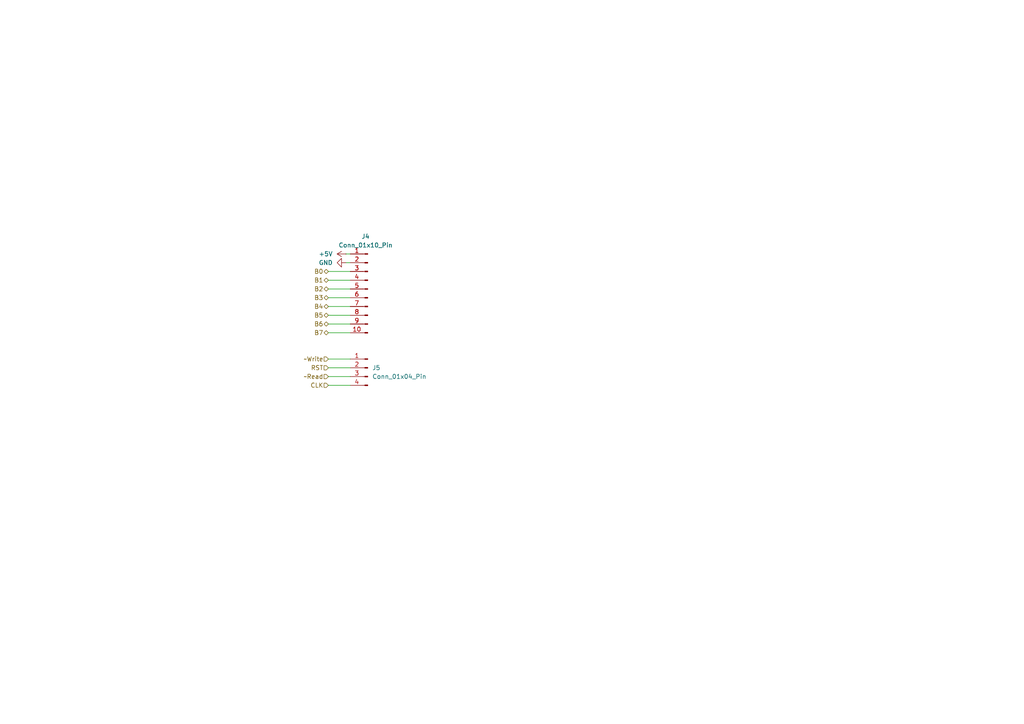
<source format=kicad_sch>
(kicad_sch (version 20231120) (generator "eeschema") (generator_version "8.0")
  (paper "A4")
  (lib_symbols
    (symbol "Connector:Conn_01x04_Pin" (pin_names (offset 1.016) hide)
      (property "Reference" "J" (at 0 5.08 0))
      (property "Value" "Conn_01x04_Pin" (at 0 -7.62 0))
      (symbol "Conn_01x04_Pin_1_1"
        (polyline (pts (xy 1.27 -5.08) (xy 0.8636 -5.08)) (stroke (width 0.1524)))
        (polyline (pts (xy 1.27 -2.54) (xy 0.8636 -2.54)) (stroke (width 0.1524)))
        (polyline (pts (xy 1.27 0) (xy 0.8636 0)) (stroke (width 0.1524)))
        (polyline (pts (xy 1.27 2.54) (xy 0.8636 2.54)) (stroke (width 0.1524)))
        (rectangle (start 0.8636 -4.953) (end 0 -5.207) (stroke (width 0.1524)) (fill (type outline)))
        (rectangle (start 0.8636 -2.413) (end 0 -2.667) (stroke (width 0.1524)) (fill (type outline)))
        (rectangle (start 0.8636 0.127) (end 0 -0.127) (stroke (width 0.1524)) (fill (type outline)))
        (rectangle (start 0.8636 2.667) (end 0 2.413) (stroke (width 0.1524)) (fill (type outline)))
        (pin passive line (at 5.08 2.54 180) (length 3.81) (name "Pin_1") (number "1"))
        (pin passive line (at 5.08 0 180) (length 3.81) (name "Pin_2") (number "2"))
        (pin passive line (at 5.08 -2.54 180) (length 3.81) (name "Pin_3") (number "3"))
        (pin passive line (at 5.08 -5.08 180) (length 3.81) (name "Pin_4") (number "4"))
      )
    )
    (symbol "Connector:Conn_01x10_Pin" (pin_names (offset 1.016) hide)
      (property "Reference" "J" (at 0 12.7 0))
      (property "Value" "Conn_01x10_Pin" (at 0 -15.24 0))
      (symbol "Conn_01x10_Pin_1_1"
        (polyline (pts (xy 1.27 -12.7) (xy 0.8636 -12.7)) (stroke (width 0.1524)))
        (polyline (pts (xy 1.27 -10.16) (xy 0.8636 -10.16)) (stroke (width 0.1524)))
        (polyline (pts (xy 1.27 -7.62) (xy 0.8636 -7.62)) (stroke (width 0.1524)))
        (polyline (pts (xy 1.27 -5.08) (xy 0.8636 -5.08)) (stroke (width 0.1524)))
        (polyline (pts (xy 1.27 -2.54) (xy 0.8636 -2.54)) (stroke (width 0.1524)))
        (polyline (pts (xy 1.27 0) (xy 0.8636 0)) (stroke (width 0.1524)))
        (polyline (pts (xy 1.27 2.54) (xy 0.8636 2.54)) (stroke (width 0.1524)))
        (polyline (pts (xy 1.27 5.08) (xy 0.8636 5.08)) (stroke (width 0.1524)))
        (polyline (pts (xy 1.27 7.62) (xy 0.8636 7.62)) (stroke (width 0.1524)))
        (polyline (pts (xy 1.27 10.16) (xy 0.8636 10.16)) (stroke (width 0.1524)))
        (rectangle (start 0.8636 -12.573) (end 0 -12.827) (stroke (width 0.1524)) (fill (type outline)))
        (rectangle (start 0.8636 -10.033) (end 0 -10.287) (stroke (width 0.1524)) (fill (type outline)))
        (rectangle (start 0.8636 -7.493) (end 0 -7.747) (stroke (width 0.1524)) (fill (type outline)))
        (rectangle (start 0.8636 -4.953) (end 0 -5.207) (stroke (width 0.1524)) (fill (type outline)))
        (rectangle (start 0.8636 -2.413) (end 0 -2.667) (stroke (width 0.1524)) (fill (type outline)))
        (rectangle (start 0.8636 0.127) (end 0 -0.127) (stroke (width 0.1524)) (fill (type outline)))
        (rectangle (start 0.8636 2.667) (end 0 2.413) (stroke (width 0.1524)) (fill (type outline)))
        (rectangle (start 0.8636 5.207) (end 0 4.953) (stroke (width 0.1524)) (fill (type outline)))
        (rectangle (start 0.8636 7.747) (end 0 7.493) (stroke (width 0.1524)) (fill (type outline)))
        (rectangle (start 0.8636 10.287) (end 0 10.033) (stroke (width 0.1524)) (fill (type outline)))
        (pin passive line (at 5.08 10.16 180) (length 3.81) (name "Pin_1") (number "1"))
        (pin passive line (at 5.08 -12.7 180) (length 3.81) (name "Pin_10") (number "10"))
        (pin passive line (at 5.08 7.62 180) (length 3.81) (name "Pin_2") (number "2"))
        (pin passive line (at 5.08 5.08 180) (length 3.81) (name "Pin_3") (number "3"))
        (pin passive line (at 5.08 2.54 180) (length 3.81) (name "Pin_4") (number "4"))
        (pin passive line (at 5.08 0 180) (length 3.81) (name "Pin_5") (number "5"))
        (pin passive line (at 5.08 -2.54 180) (length 3.81) (name "Pin_6") (number "6"))
        (pin passive line (at 5.08 -5.08 180) (length 3.81) (name "Pin_7") (number "7"))
        (pin passive line (at 5.08 -7.62 180) (length 3.81) (name "Pin_8") (number "8"))
        (pin passive line (at 5.08 -10.16 180) (length 3.81) (name "Pin_9") (number "9"))
      )
    )
    (symbol "power:+5V" (power) (pin_numbers hide) (pin_names (offset 0) hide)
      (property "Value" "+5V" (at 0 3.556 0))
      (symbol "+5V_0_1"
        (polyline (pts (xy -0.762 1.27) (xy 0 2.54)))
        (polyline (pts (xy 0 0) (xy 0 2.54)))
        (polyline (pts (xy 0 2.54) (xy 0.762 1.27)))
      )
      (symbol "+5V_1_1"
        (pin power_in line (at 0 0 90) (length 0) (name "~") (number "1"))
      )
    )
    (symbol "power:GND" (power) (pin_numbers hide) (pin_names (offset 0) hide)
      (property "Value" "GND" (at 0 -3.81 0))
      (symbol "GND_0_1"
        (polyline (pts (xy 0 0) (xy 0 -1.27) (xy 1.27 -1.27) (xy 0 -2.54) (xy -1.27 -1.27) (xy 0 -1.27)))
      )
      (symbol "GND_1_1"
        (pin power_in line (at 0 0 270) (length 0) (name "~") (number "1"))
      )
    )
  )
  (wire (pts (xy 101.6 93.98) (xy 95.25 93.98)))
  (wire (pts (xy 95.25 106.68) (xy 101.6 106.68)))
  (wire (pts (xy 101.6 78.74) (xy 95.25 78.74)))
  (wire (pts (xy 101.6 76.2) (xy 100.33 76.2)))
  (wire (pts (xy 101.6 81.28) (xy 95.25 81.28)))
  (wire (pts (xy 101.6 88.9) (xy 95.25 88.9)))
  (wire (pts (xy 101.6 96.52) (xy 95.25 96.52)))
  (wire (pts (xy 101.6 83.82) (xy 95.25 83.82)))
  (wire (pts (xy 101.6 86.36) (xy 95.25 86.36)))
  (wire (pts (xy 100.33 73.66) (xy 101.6 73.66)))
  (wire (pts (xy 95.25 104.14) (xy 101.6 104.14)))
  (wire (pts (xy 101.6 91.44) (xy 95.25 91.44)))
  (wire (pts (xy 95.25 111.76) (xy 101.6 111.76)))
  (wire (pts (xy 95.25 109.22) (xy 101.6 109.22)))
  (hierarchical_label "B0" (shape bidirectional) (at 95.25 78.74 180))
  (hierarchical_label "B3" (shape bidirectional) (at 95.25 86.36 180))
  (hierarchical_label "B7" (shape bidirectional) (at 95.25 96.52 180))
  (hierarchical_label "B1" (shape bidirectional) (at 95.25 81.28 180))
  (hierarchical_label "B6" (shape bidirectional) (at 95.25 93.98 180))
  (hierarchical_label "~Read" (shape input) (at 95.25 109.22 180))
  (hierarchical_label "B2" (shape bidirectional) (at 95.25 83.82 180))
  (hierarchical_label "CLK" (shape input) (at 95.25 111.76 180))
  (hierarchical_label "B4" (shape bidirectional) (at 95.25 88.9 180))
  (hierarchical_label "RST" (shape input) (at 95.25 106.68 180))
  (hierarchical_label "B5" (shape bidirectional) (at 95.25 91.44 180))
  (hierarchical_label "~Write" (shape input) (at 95.25 104.14 180))
  (symbol (lib_id "Connector:Conn_01x10_Pin") (at 106.68 83.82 0) (mirror y) (unit 1)
    (property "Reference" "J4" (at 106.045 68.58 0))
    (property "Value" "Conn_01x10_Pin" (at 106.045 71.12 0))
    (property "Footprint" "Connector_PinHeader_2.54mm:PinHeader_1x10_P2.54mm_Vertical" (effects (hide yes)))
    (property "Description" "Generic connector, single row, 01x10, script generated" (effects (hide yes)))
    (instances (project "bus" (path "" (reference "J4") (unit 1)) (path "" (reference "J2") (unit 1))))
  )
  (symbol (lib_id "power:+5V") (at 100.33 73.66 90) (mirror x) (unit 1)
    (property "Reference" "#PWR07" (effects (hide yes)))
    (property "Value" "+5V" (at 96.52 73.6599 90) (effects (justify left)))
    (property "Description" "Power symbol creates a global label with name \"+5V\"" (effects (hide yes)))
    (instances (project "bus" (path "" (reference "#PWR07") (unit 1)) (path "" (reference "#PWR05") (unit 1))))
  )
  (symbol (lib_id "Connector:Conn_01x04_Pin") (at 106.68 106.68 0) (mirror y) (unit 1)
    (property "Reference" "J5" (at 107.95 106.6799 0) (effects (justify right)))
    (property "Value" "Conn_01x04_Pin" (at 107.95 109.2199 0) (effects (justify right)))
    (property "Footprint" "Connector_PinHeader_2.54mm:PinHeader_1x04_P2.54mm_Vertical" (effects (hide yes)))
    (property "Description" "Generic connector, single row, 01x04, script generated" (effects (hide yes)))
    (instances (project "bus" (path "" (reference "J5") (unit 1)) (path "" (reference "J3") (unit 1))))
  )
  (symbol (lib_id "power:GND") (at 100.33 76.2 270) (mirror x) (unit 1)
    (property "Reference" "#PWR08" (effects (hide yes)))
    (property "Value" "GND" (at 96.52 76.1999 90) (effects (justify right)))
    (property "Description" "Power symbol creates a global label with name \"GND\" , ground" (effects (hide yes)))
    (instances (project "bus" (path "" (reference "#PWR08") (unit 1)) (path "" (reference "#PWR06") (unit 1))))
  )
)
</source>
